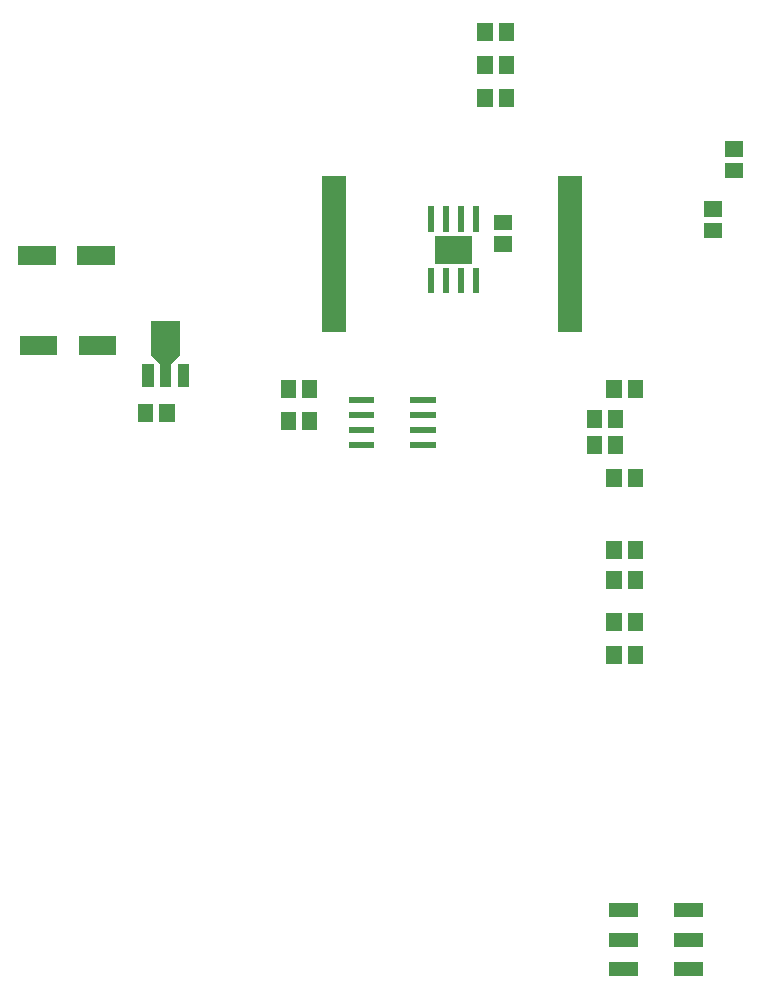
<source format=gbr>
G04 start of page 11 for group -4015 idx -4015 *
G04 Title: (unknown), toppaste *
G04 Creator: pcb 4.0.2 *
G04 CreationDate: Mon Nov 22 04:13:10 2021 UTC *
G04 For: ndholmes *
G04 Format: Gerber/RS-274X *
G04 PCB-Dimensions (mil): 2600.00 3500.00 *
G04 PCB-Coordinate-Origin: lower left *
%MOIN*%
%FSLAX25Y25*%
%LNTOPPASTE*%
%ADD82C,0.0001*%
G54D82*G36*
X58984Y229500D02*X55204D01*
Y221626D01*
X58984D01*
Y229500D01*
G37*
G36*
X64890Y237216D02*X61110D01*
Y221626D01*
X64890D01*
Y237216D01*
G37*
G36*
X67725Y243675D02*X58275D01*
Y232335D01*
X67725D01*
Y243675D01*
G37*
G36*
X59695Y233755D02*X58275Y232335D01*
X61115Y229495D01*
X62535Y230915D01*
X59695Y233755D01*
G37*
G36*
X67725Y232335D02*X66305Y233755D01*
X63465Y230915D01*
X64885Y229495D01*
X67725Y232335D01*
G37*
G36*
X70796Y229500D02*X67016D01*
Y221626D01*
X70796D01*
Y229500D01*
G37*
G36*
X172548Y272016D02*Y266898D01*
X178452D01*
Y272016D01*
X172548D01*
G37*
G36*
Y279102D02*Y273984D01*
X178452D01*
Y279102D01*
X172548D01*
G37*
G36*
X210750Y30050D02*Y25350D01*
X220600D01*
Y30050D01*
X210750D01*
G37*
G36*
Y39850D02*Y35150D01*
X220600D01*
Y39850D01*
X210750D01*
G37*
G36*
Y49650D02*Y44950D01*
X220600D01*
Y49650D01*
X210750D01*
G37*
G36*
X232400Y30050D02*Y25350D01*
X242250D01*
Y30050D01*
X232400D01*
G37*
G36*
Y39850D02*Y35150D01*
X242250D01*
Y39850D01*
X232400D01*
G37*
G36*
Y49650D02*Y44950D01*
X242250D01*
Y49650D01*
X232400D01*
G37*
G36*
X201870Y292000D02*X193870D01*
Y240000D01*
X201870D01*
Y292000D01*
G37*
G36*
X123130D02*X115130D01*
Y240000D01*
X123130D01*
Y292000D01*
G37*
G36*
X13858Y268650D02*Y262350D01*
X26457D01*
Y268650D01*
X13858D01*
G37*
G36*
X33543D02*Y262350D01*
X46142D01*
Y268650D01*
X33543D01*
G37*
G36*
X14358Y238650D02*Y232350D01*
X26957D01*
Y238650D01*
X14358D01*
G37*
G36*
X34043D02*Y232350D01*
X46642D01*
Y238650D01*
X34043D01*
G37*
G36*
X113602Y213452D02*X108484D01*
Y207548D01*
X113602D01*
Y213452D01*
G37*
G36*
X106516D02*X101398D01*
Y207548D01*
X106516D01*
Y213452D01*
G37*
G36*
X215016Y194452D02*X209898D01*
Y188548D01*
X215016D01*
Y194452D01*
G37*
G36*
X222102D02*X216984D01*
Y188548D01*
X222102D01*
Y194452D01*
G37*
G36*
X215016Y146452D02*X209898D01*
Y140548D01*
X215016D01*
Y146452D01*
G37*
G36*
X222102D02*X216984D01*
Y140548D01*
X222102D01*
Y146452D01*
G37*
G36*
X242548Y283602D02*Y278484D01*
X248452D01*
Y283602D01*
X242548D01*
G37*
G36*
Y276516D02*Y271398D01*
X248452D01*
Y276516D01*
X242548D01*
G37*
G36*
X215016Y170452D02*X209898D01*
Y164548D01*
X215016D01*
Y170452D01*
G37*
G36*
X222102D02*X216984D01*
Y164548D01*
X222102D01*
Y170452D01*
G37*
G36*
X215602Y213952D02*X210484D01*
Y208048D01*
X215602D01*
Y213952D01*
G37*
G36*
X208516D02*X203398D01*
Y208048D01*
X208516D01*
Y213952D01*
G37*
G36*
X215059Y223952D02*X209941D01*
Y218048D01*
X215059D01*
Y223952D01*
G37*
G36*
X222145D02*X217027D01*
Y218048D01*
X222145D01*
Y223952D01*
G37*
G36*
X124000Y218500D02*Y216500D01*
X132500D01*
Y218500D01*
X124000D01*
G37*
G36*
Y213500D02*Y211500D01*
X132500D01*
Y213500D01*
X124000D01*
G37*
G36*
Y208500D02*Y206500D01*
X132500D01*
Y208500D01*
X124000D01*
G37*
G36*
Y203500D02*Y201500D01*
X132500D01*
Y203500D01*
X124000D01*
G37*
G36*
X144500D02*Y201500D01*
X153000D01*
Y203500D01*
X144500D01*
G37*
G36*
Y208500D02*Y206500D01*
X153000D01*
Y208500D01*
X144500D01*
G37*
G36*
Y213500D02*Y211500D01*
X153000D01*
Y213500D01*
X144500D01*
G37*
G36*
Y218500D02*Y216500D01*
X153000D01*
Y218500D01*
X144500D01*
G37*
G36*
X152500Y261500D02*X150500D01*
Y253000D01*
X152500D01*
Y261500D01*
G37*
G36*
X157500D02*X155500D01*
Y253000D01*
X157500D01*
Y261500D01*
G37*
G36*
X162500D02*X160500D01*
Y253000D01*
X162500D01*
Y261500D01*
G37*
G36*
X167500D02*X165500D01*
Y253000D01*
X167500D01*
Y261500D01*
G37*
G36*
Y282000D02*X165500D01*
Y273500D01*
X167500D01*
Y282000D01*
G37*
G36*
X162500D02*X160500D01*
Y273500D01*
X162500D01*
Y282000D01*
G37*
G36*
X157500D02*X155500D01*
Y273500D01*
X157500D01*
Y282000D01*
G37*
G36*
X152500D02*X150500D01*
Y273500D01*
X152500D01*
Y282000D01*
G37*
G36*
X154670Y270750D02*Y264250D01*
X163330D01*
Y270750D01*
X154670D01*
G37*
G36*
X152895Y272225D02*Y262775D01*
X165105D01*
Y272225D01*
X152895D01*
G37*
G36*
X106516Y223909D02*X101398D01*
Y218005D01*
X106516D01*
Y223909D01*
G37*
G36*
X113602D02*X108484D01*
Y218005D01*
X113602D01*
Y223909D01*
G37*
G36*
X215016Y135452D02*X209898D01*
Y129548D01*
X215016D01*
Y135452D01*
G37*
G36*
X222102D02*X216984D01*
Y129548D01*
X222102D01*
Y135452D01*
G37*
G36*
Y160452D02*X216984D01*
Y154548D01*
X222102D01*
Y160452D01*
G37*
G36*
X215016D02*X209898D01*
Y154548D01*
X215016D01*
Y160452D01*
G37*
G36*
X58973Y215952D02*X53855D01*
Y210048D01*
X58973D01*
Y215952D01*
G37*
G36*
X66059D02*X60941D01*
Y210048D01*
X66059D01*
Y215952D01*
G37*
G36*
X249548Y303602D02*Y298484D01*
X255452D01*
Y303602D01*
X249548D01*
G37*
G36*
Y296516D02*Y291398D01*
X255452D01*
Y296516D01*
X249548D01*
G37*
G36*
X215602Y205452D02*X210484D01*
Y199548D01*
X215602D01*
Y205452D01*
G37*
G36*
X208516D02*X203398D01*
Y199548D01*
X208516D01*
Y205452D01*
G37*
G36*
X172016Y331952D02*X166898D01*
Y326048D01*
X172016D01*
Y331952D01*
G37*
G36*
X179102D02*X173984D01*
Y326048D01*
X179102D01*
Y331952D01*
G37*
G36*
X172059Y342952D02*X166941D01*
Y337048D01*
X172059D01*
Y342952D01*
G37*
G36*
X179145D02*X174027D01*
Y337048D01*
X179145D01*
Y342952D01*
G37*
G36*
X172059Y320952D02*X166941D01*
Y315048D01*
X172059D01*
Y320952D01*
G37*
G36*
X179145D02*X174027D01*
Y315048D01*
X179145D01*
Y320952D01*
G37*
M02*

</source>
